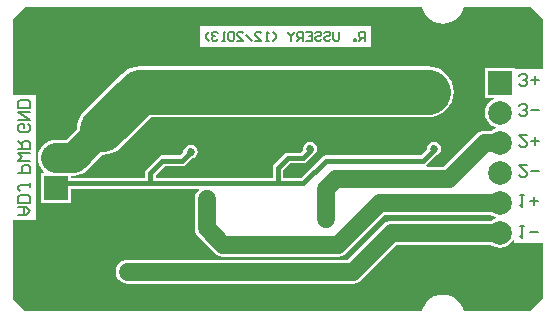
<source format=gbl>
%FSLAX25Y25*%
%MOIN*%
G70*
G01*
G75*
G04 Layer_Physical_Order=2*
G04 Layer_Color=16711680*
%ADD10R,0.08600X0.06000*%
%ADD11R,0.07087X0.05118*%
%ADD12R,0.02165X0.04134*%
%ADD13R,0.05118X0.07087*%
%ADD14R,0.31496X0.08661*%
%ADD15R,0.05315X0.04724*%
%ADD16C,0.03000*%
%ADD17C,0.06000*%
%ADD18C,0.02000*%
%ADD19C,0.01500*%
%ADD20C,0.01000*%
%ADD21C,0.10000*%
%ADD22C,0.07874*%
%ADD23R,0.07874X0.07874*%
%ADD24C,0.25000*%
%ADD25C,0.02700*%
%ADD26C,0.15000*%
%ADD27C,0.00800*%
G36*
X1038216Y714261D02*
Y697700D01*
X1028937D01*
Y697937D01*
X1019063D01*
Y688063D01*
X1022041D01*
X1022138Y687573D01*
X1021510Y687313D01*
X1020479Y686521D01*
X1019687Y685490D01*
X1019190Y684289D01*
X1019020Y683000D01*
X1019190Y681711D01*
X1019687Y680510D01*
X1020479Y679479D01*
X1021510Y678687D01*
X1022567Y678250D01*
Y677750D01*
X1021510Y677313D01*
X1021148Y677035D01*
X1019000D01*
X1017956Y676897D01*
X1016983Y676494D01*
X1016147Y675853D01*
X1016147Y675853D01*
X1005329Y665034D01*
X999570D01*
X999424Y665513D01*
X999762Y665738D01*
X1002783Y668760D01*
X1002917Y668786D01*
X1003694Y669306D01*
X1004214Y670083D01*
X1004396Y671000D01*
X1004214Y671917D01*
X1003694Y672694D01*
X1002917Y673214D01*
X1002000Y673396D01*
X1001083Y673214D01*
X1000306Y672694D01*
X999786Y671917D01*
X999604Y671000D01*
X999666Y670689D01*
X997761Y668784D01*
X966000D01*
X965317Y668648D01*
X964738Y668262D01*
X957761Y661284D01*
X951784D01*
Y663761D01*
X954139Y666116D01*
X958284D01*
X958967Y666252D01*
X959546Y666638D01*
X961744Y668836D01*
X962446Y669306D01*
X962966Y670083D01*
X963148Y671000D01*
X962966Y671917D01*
X962446Y672694D01*
X961669Y673214D01*
X960752Y673396D01*
X959835Y673214D01*
X959058Y672694D01*
X958538Y671917D01*
X958356Y671000D01*
X958440Y670579D01*
X957545Y669684D01*
X953400D01*
X953400Y669684D01*
X952717Y669549D01*
X952138Y669162D01*
X952138Y669162D01*
X948738Y665762D01*
X948351Y665183D01*
X948216Y664500D01*
X948216Y664500D01*
X948216D01*
X948216Y664500D01*
X948216D01*
Y661284D01*
X909284D01*
Y662238D01*
X912262Y665216D01*
X918000D01*
X918683Y665351D01*
X919262Y665738D01*
X921183Y667660D01*
X921819Y667786D01*
X922596Y668306D01*
X923116Y669083D01*
X923298Y670000D01*
X923116Y670917D01*
X922596Y671694D01*
X921819Y672214D01*
X920902Y672396D01*
X919985Y672214D01*
X919208Y671694D01*
X918688Y670917D01*
X918513Y670037D01*
X917261Y668784D01*
X911523D01*
X910841Y668648D01*
X910262Y668262D01*
X906238Y664238D01*
X905851Y663659D01*
X905716Y662977D01*
Y661284D01*
X880937D01*
Y661971D01*
X882000D01*
X883176Y662087D01*
X884307Y662430D01*
X885350Y662987D01*
X886263Y663737D01*
X891486Y668960D01*
X891500Y668959D01*
X893166Y669123D01*
X894769Y669609D01*
X896245Y670398D01*
X897540Y671460D01*
X907538Y681459D01*
X1000000D01*
X1001666Y681623D01*
X1003269Y682109D01*
X1004745Y682898D01*
X1006040Y683960D01*
X1007102Y685255D01*
X1007891Y686731D01*
X1008377Y688334D01*
X1008541Y690000D01*
X1008377Y691666D01*
X1007891Y693268D01*
X1007102Y694745D01*
X1006040Y696039D01*
X1004745Y697102D01*
X1003269Y697891D01*
X1001666Y698377D01*
X1000000Y698541D01*
X904000D01*
X902334Y698377D01*
X900731Y697891D01*
X899255Y697102D01*
X897960Y696039D01*
X885460Y683539D01*
X884398Y682245D01*
X883609Y680768D01*
X883123Y679166D01*
X882959Y677500D01*
X882960Y677487D01*
X879503Y674029D01*
X876000D01*
X874824Y673913D01*
X873693Y673570D01*
X872650Y673013D01*
X871737Y672263D01*
X870987Y671349D01*
X870430Y670307D01*
X870087Y669176D01*
X869971Y668000D01*
X870087Y666824D01*
X870430Y665693D01*
X870987Y664650D01*
X871737Y663737D01*
X872138Y663408D01*
X871969Y662937D01*
X871063D01*
Y653063D01*
X880937D01*
Y657716D01*
X923664D01*
X923824Y657242D01*
X923447Y656953D01*
X922806Y656117D01*
X922403Y655144D01*
X922266Y654100D01*
Y644500D01*
X922266Y644500D01*
X922403Y643456D01*
X922806Y642483D01*
X923447Y641647D01*
X928947Y636147D01*
X928947Y636147D01*
X929420Y635784D01*
X929783Y635506D01*
X930756Y635103D01*
X931800Y634966D01*
X970000D01*
X970000Y634966D01*
X971044Y635103D01*
X972017Y635506D01*
X972853Y636147D01*
X985671Y648966D01*
X1021148D01*
X1021510Y648688D01*
X1022567Y648250D01*
Y647750D01*
X1021510Y647312D01*
X1021148Y647035D01*
X988000D01*
X988000Y647035D01*
X986956Y646897D01*
X985983Y646494D01*
X985147Y645853D01*
X985147Y645853D01*
X973329Y634034D01*
X900000D01*
X898956Y633897D01*
X897983Y633494D01*
X897147Y632853D01*
X896506Y632017D01*
X896103Y631044D01*
X895965Y630000D01*
X896103Y628956D01*
X896506Y627983D01*
X897147Y627147D01*
X897983Y626506D01*
X898956Y626103D01*
X900000Y625965D01*
X975000D01*
X975000Y625965D01*
X976044Y626103D01*
X977017Y626506D01*
X977853Y627147D01*
X989671Y638966D01*
X1021148D01*
X1021510Y638688D01*
X1022711Y638190D01*
X1024000Y638020D01*
X1025289Y638190D01*
X1026490Y638688D01*
X1027521Y639479D01*
X1028312Y640510D01*
X1028800Y640413D01*
Y639601D01*
X1038216D01*
Y620864D01*
X1034198Y616847D01*
X1012068D01*
X1011777Y617807D01*
X1011099Y619075D01*
X1010187Y620187D01*
X1009075Y621099D01*
X1007807Y621777D01*
X1006431Y622194D01*
X1005000Y622335D01*
X1003569Y622194D01*
X1002193Y621777D01*
X1000925Y621099D01*
X999813Y620187D01*
X998901Y619075D01*
X998223Y617807D01*
X997913Y616784D01*
X865739D01*
X861784Y620739D01*
Y647200D01*
X869299D01*
Y660950D01*
Y674700D01*
Y688963D01*
X861784D01*
Y714261D01*
X865739Y718216D01*
X997913D01*
X998223Y717193D01*
X998901Y715925D01*
X999813Y714813D01*
X1000925Y713901D01*
X1002193Y713223D01*
X1003569Y712806D01*
X1005000Y712665D01*
X1006431Y712806D01*
X1007807Y713223D01*
X1009075Y713901D01*
X1010187Y714813D01*
X1011099Y715925D01*
X1011777Y717193D01*
X1012087Y718216D01*
X1034261D01*
X1038216Y714261D01*
D02*
G37*
%LPC*%
G36*
X981000Y711999D02*
X924017D01*
Y705000D01*
X981000D01*
Y711999D01*
D02*
G37*
%LPD*%
D17*
X966000Y647500D02*
Y657500D01*
X1019000Y673000D02*
X1024000D01*
X984000Y653000D02*
X1024000D01*
X975000Y630000D02*
X988000Y643000D01*
X1024000D01*
X970000Y639000D02*
X984000Y653000D01*
X966000Y657500D02*
X969500Y661000D01*
X1007000D01*
X1019000Y673000D01*
X900000Y630000D02*
X975000D01*
X926300Y644500D02*
Y654100D01*
Y644500D02*
X931800Y639000D01*
X970000D01*
D19*
X966000Y667000D02*
X998500D01*
X1002000Y670500D02*
Y671000D01*
X998500Y667000D02*
X1002000Y670500D01*
X960752Y671000D02*
X961000D01*
X950000Y664500D02*
X953400Y667900D01*
X958284D01*
X960752Y670368D02*
Y671000D01*
X958284Y667900D02*
X960752Y670368D01*
X907500Y662977D02*
X911523Y667000D01*
X918000D01*
X921000Y670000D01*
X920902D02*
X921000Y670098D01*
X876500Y659500D02*
X907500D01*
Y662977D01*
Y659500D02*
X950000D01*
Y664500D01*
Y659500D02*
X958500D01*
X966000Y667000D01*
D21*
X876000Y668000D02*
X882000D01*
X891500Y677500D01*
D22*
X1024000Y643000D02*
D03*
Y653000D02*
D03*
Y663000D02*
D03*
Y673000D02*
D03*
Y683000D02*
D03*
X876000Y678000D02*
D03*
Y668000D02*
D03*
D23*
X1024000Y693000D02*
D03*
X876000Y658000D02*
D03*
D24*
X875000Y705000D02*
D03*
Y630000D02*
D03*
D25*
X966000Y657500D02*
D03*
Y647500D02*
D03*
X926300Y654100D02*
D03*
X910000Y630000D02*
D03*
X908000Y689500D02*
D03*
X948000D02*
D03*
X955000D02*
D03*
X988000D02*
D03*
X995000D02*
D03*
X900000Y630000D02*
D03*
X1002000Y671000D02*
D03*
X998043Y670927D02*
D03*
X957000Y671000D02*
D03*
X960752D02*
D03*
X917000Y671500D02*
D03*
X920902Y670000D02*
D03*
X926300Y647500D02*
D03*
X915000Y689500D02*
D03*
D26*
X904000Y690000D02*
X1000000D01*
X891500Y677500D02*
X904000Y690000D01*
D27*
X979000Y707000D02*
Y709999D01*
X977501D01*
X977001Y709499D01*
Y708499D01*
X977501Y708000D01*
X979000D01*
X978000D02*
X977001Y707000D01*
X976001D02*
Y707500D01*
X975501D01*
Y707000D01*
X976001D01*
X970503Y709999D02*
Y707500D01*
X970003Y707000D01*
X969003D01*
X968503Y707500D01*
Y709999D01*
X965504Y709499D02*
X966004Y709999D01*
X967004D01*
X967504Y709499D01*
Y708999D01*
X967004Y708499D01*
X966004D01*
X965504Y708000D01*
Y707500D01*
X966004Y707000D01*
X967004D01*
X967504Y707500D01*
X962505Y709499D02*
X963005Y709999D01*
X964005D01*
X964505Y709499D01*
Y708999D01*
X964005Y708499D01*
X963005D01*
X962505Y708000D01*
Y707500D01*
X963005Y707000D01*
X964005D01*
X964505Y707500D01*
X959506Y709999D02*
X961506D01*
Y707000D01*
X959506D01*
X961506Y708499D02*
X960506D01*
X958507Y707000D02*
Y709999D01*
X957007D01*
X956507Y709499D01*
Y708499D01*
X957007Y708000D01*
X958507D01*
X957507D02*
X956507Y707000D01*
X955508Y709999D02*
Y709499D01*
X954508Y708499D01*
X953508Y709499D01*
Y709999D01*
X954508Y708499D02*
Y707000D01*
X948510D02*
X949510Y708000D01*
Y708999D01*
X948510Y709999D01*
X947010Y707000D02*
X946011D01*
X946511D01*
Y709999D01*
X947010Y709499D01*
X942512Y707000D02*
X944511D01*
X942512Y708999D01*
Y709499D01*
X943012Y709999D01*
X944011D01*
X944511Y709499D01*
X941512Y707000D02*
X939513Y708999D01*
X936514Y707000D02*
X938513D01*
X936514Y708999D01*
Y709499D01*
X937014Y709999D01*
X938013D01*
X938513Y709499D01*
X935514D02*
X935014Y709999D01*
X934015D01*
X933515Y709499D01*
Y707500D01*
X934015Y707000D01*
X935014D01*
X935514Y707500D01*
Y709499D01*
X932515Y707000D02*
X931515D01*
X932015D01*
Y709999D01*
X932515Y709499D01*
X930016D02*
X929516Y709999D01*
X928516D01*
X928016Y709499D01*
Y708999D01*
X928516Y708499D01*
X929016D01*
X928516D01*
X928016Y708000D01*
Y707500D01*
X928516Y707000D01*
X929516D01*
X930016Y707500D01*
X927017Y707000D02*
X926017Y708000D01*
Y708999D01*
X927017Y709999D01*
X863500Y662750D02*
X867499D01*
Y664749D01*
X866832Y665416D01*
X865499D01*
X864833Y664749D01*
Y662750D01*
X867499Y666749D02*
X863500D01*
X864833Y668082D01*
X863500Y669415D01*
X867499D01*
X863500Y670747D02*
X867499D01*
Y672747D01*
X866832Y673413D01*
X865499D01*
X864833Y672747D01*
Y670747D01*
Y672080D02*
X863500Y673413D01*
X866832Y679166D02*
X867499Y678499D01*
Y677166D01*
X866832Y676500D01*
X864167D01*
X863500Y677166D01*
Y678499D01*
X864167Y679166D01*
X865499D01*
Y677833D01*
X863500Y680499D02*
X867499D01*
X863500Y683165D01*
X867499D01*
Y684497D02*
X863500D01*
Y686497D01*
X864167Y687163D01*
X866832D01*
X867499Y686497D01*
Y684497D01*
X863500Y649000D02*
X866166D01*
X867499Y650333D01*
X866166Y651666D01*
X863500D01*
X865499D01*
Y649000D01*
X867499Y652999D02*
X863500D01*
Y654998D01*
X864167Y655664D01*
X866832D01*
X867499Y654998D01*
Y652999D01*
Y659663D02*
Y658330D01*
Y658997D01*
X864167D01*
X863500Y658330D01*
Y657664D01*
X864167Y656997D01*
X1030600Y655500D02*
X1031933D01*
X1031266D01*
Y651501D01*
X1030600Y652168D01*
X1033932Y653501D02*
X1036598D01*
X1035265Y652168D02*
Y654834D01*
X1030600Y645400D02*
X1031933D01*
X1031266D01*
Y641401D01*
X1030600Y642068D01*
X1033932Y643401D02*
X1036598D01*
X1032933Y665600D02*
X1030267D01*
X1032933Y662934D01*
Y662268D01*
X1032266Y661601D01*
X1030933D01*
X1030267Y662268D01*
X1034266Y663601D02*
X1036931D01*
X1032933Y675700D02*
X1030267D01*
X1032933Y673034D01*
Y672368D01*
X1032266Y671701D01*
X1030933D01*
X1030267Y672368D01*
X1034266Y673701D02*
X1036931D01*
X1035598Y672368D02*
Y675034D01*
X1030267Y682468D02*
X1030933Y681801D01*
X1032266D01*
X1032933Y682468D01*
Y683134D01*
X1032266Y683801D01*
X1031600D01*
X1032266D01*
X1032933Y684467D01*
Y685134D01*
X1032266Y685800D01*
X1030933D01*
X1030267Y685134D01*
X1034266Y683801D02*
X1036931D01*
X1030267Y692568D02*
X1030933Y691901D01*
X1032266D01*
X1032933Y692568D01*
Y693234D01*
X1032266Y693901D01*
X1031600D01*
X1032266D01*
X1032933Y694567D01*
Y695234D01*
X1032266Y695900D01*
X1030933D01*
X1030267Y695234D01*
X1034266Y693901D02*
X1036931D01*
X1035598Y692568D02*
Y695234D01*
M02*

</source>
